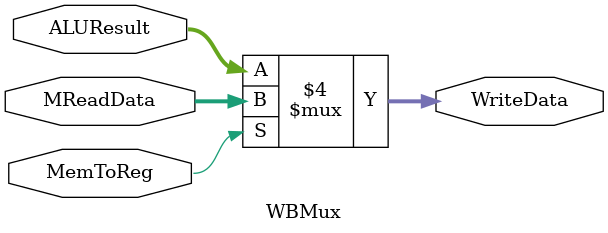
<source format=v>
module WBMux(
  input MemToReg,
  input [15:0] ALUResult, MReadData,
  output [15:0] WriteData
  );

  always@(*)
  begin
    if(!MemToReg)
      WriteData<= ALUResult;
    else
      WriteData <= MReadData;
  end
endmodule

</source>
